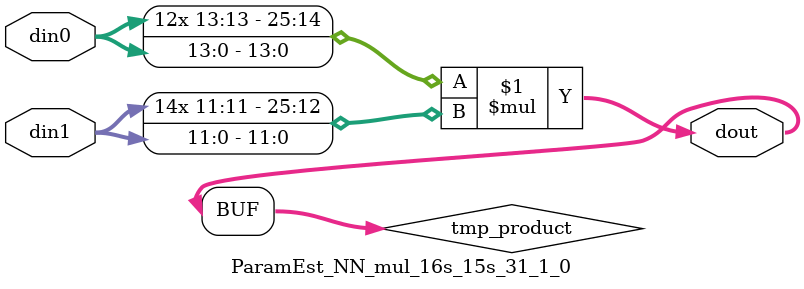
<source format=v>

`timescale 1 ns / 1 ps

  module ParamEst_NN_mul_16s_15s_31_1_0(din0, din1, dout);
parameter ID = 1;
parameter NUM_STAGE = 0;
parameter din0_WIDTH = 14;
parameter din1_WIDTH = 12;
parameter dout_WIDTH = 26;

input [din0_WIDTH - 1 : 0] din0; 
input [din1_WIDTH - 1 : 0] din1; 
output [dout_WIDTH - 1 : 0] dout;

wire signed [dout_WIDTH - 1 : 0] tmp_product;













assign tmp_product = $signed(din0) * $signed(din1);








assign dout = tmp_product;







endmodule

</source>
